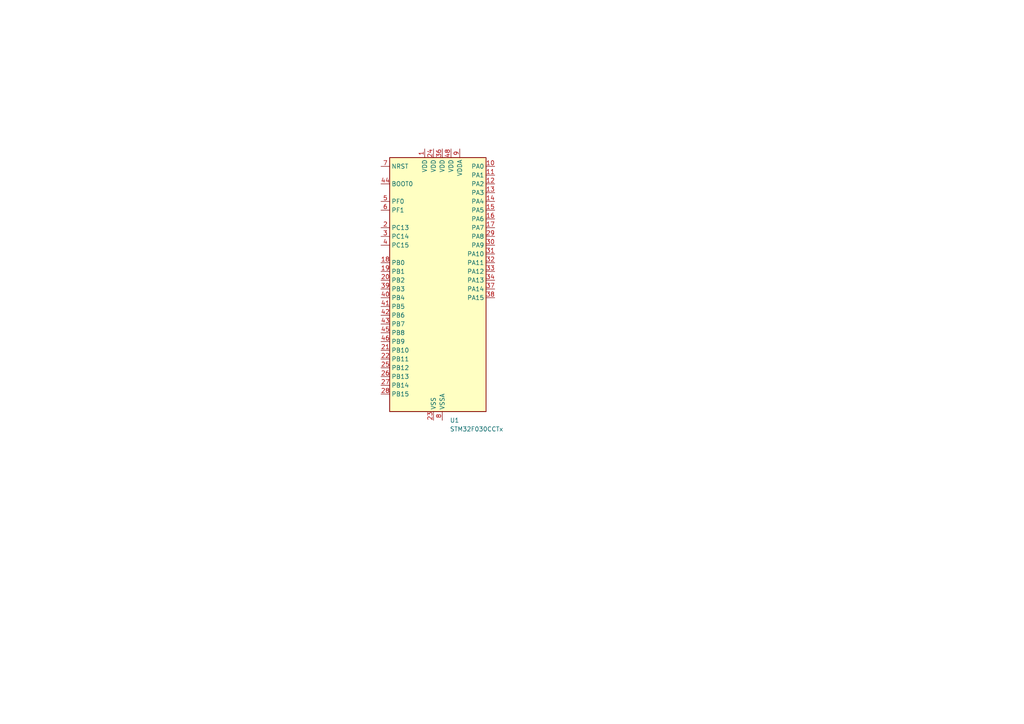
<source format=kicad_sch>
(kicad_sch (version 20231120) (generator "eeschema") (generator_version "8.0")
  (paper "A4")
  (lib_symbols
    (symbol "MCU_ST_STM32F0:STM32F030CCTx"
      (property "Reference" "U" (at -12.7 39.37 0))
      (property "Value" "STM32F030CCTx" (at 10.16 39.37 0))
      (symbol "STM32F030CCTx_0_1"
        (rectangle (start -12.7 -35.56) (end 15.24 38.1) (stroke (width 0.254)) (fill (type background)))
      )
      (symbol "STM32F030CCTx_1_1"
        (pin power_in line (at -2.54 40.64 270) (length 2.54) (name "VDD") (number "1"))
        (pin bidirectional line (at 17.78 35.56 180) (length 2.54) (name "PA0") (number "10"))
        (pin bidirectional line (at 17.78 33.02 180) (length 2.54) (name "PA1") (number "11"))
        (pin bidirectional line (at 17.78 30.48 180) (length 2.54) (name "PA2") (number "12"))
        (pin bidirectional line (at 17.78 27.94 180) (length 2.54) (name "PA3") (number "13"))
        (pin bidirectional line (at 17.78 25.4 180) (length 2.54) (name "PA4") (number "14"))
        (pin bidirectional line (at 17.78 22.86 180) (length 2.54) (name "PA5") (number "15"))
        (pin bidirectional line (at 17.78 20.32 180) (length 2.54) (name "PA6") (number "16"))
        (pin bidirectional line (at 17.78 17.78 180) (length 2.54) (name "PA7") (number "17"))
        (pin bidirectional line (at -15.24 7.62 0) (length 2.54) (name "PB0") (number "18"))
        (pin bidirectional line (at -15.24 5.08 0) (length 2.54) (name "PB1") (number "19"))
        (pin bidirectional line (at -15.24 17.78 0) (length 2.54) (name "PC13") (number "2"))
        (pin bidirectional line (at -15.24 2.54 0) (length 2.54) (name "PB2") (number "20"))
        (pin bidirectional line (at -15.24 -17.78 0) (length 2.54) (name "PB10") (number "21"))
        (pin bidirectional line (at -15.24 -20.32 0) (length 2.54) (name "PB11") (number "22"))
        (pin power_in line (at 0 -38.1 90) (length 2.54) (name "VSS") (number "23"))
        (pin power_in line (at 0 40.64 270) (length 2.54) (name "VDD") (number "24"))
        (pin bidirectional line (at -15.24 -22.86 0) (length 2.54) (name "PB12") (number "25"))
        (pin bidirectional line (at -15.24 -25.4 0) (length 2.54) (name "PB13") (number "26"))
        (pin bidirectional line (at -15.24 -27.94 0) (length 2.54) (name "PB14") (number "27"))
        (pin bidirectional line (at -15.24 -30.48 0) (length 2.54) (name "PB15") (number "28"))
        (pin bidirectional line (at 17.78 15.24 180) (length 2.54) (name "PA8") (number "29"))
        (pin bidirectional line (at -15.24 15.24 0) (length 2.54) (name "PC14") (number "3"))
        (pin bidirectional line (at 17.78 12.7 180) (length 2.54) (name "PA9") (number "30"))
        (pin bidirectional line (at 17.78 10.16 180) (length 2.54) (name "PA10") (number "31"))
        (pin bidirectional line (at 17.78 7.62 180) (length 2.54) (name "PA11") (number "32"))
        (pin bidirectional line (at 17.78 5.08 180) (length 2.54) (name "PA12") (number "33"))
        (pin bidirectional line (at 17.78 2.54 180) (length 2.54) (name "PA13") (number "34"))
        (pin passive line (at 0 -38.1 90) (length 2.54) hide (name "VSS") (number "35"))
        (pin power_in line (at 2.54 40.64 270) (length 2.54) (name "VDD") (number "36"))
        (pin bidirectional line (at 17.78 0 180) (length 2.54) (name "PA14") (number "37"))
        (pin bidirectional line (at 17.78 -2.54 180) (length 2.54) (name "PA15") (number "38"))
        (pin bidirectional line (at -15.24 0 0) (length 2.54) (name "PB3") (number "39"))
        (pin bidirectional line (at -15.24 12.7 0) (length 2.54) (name "PC15") (number "4"))
        (pin bidirectional line (at -15.24 -2.54 0) (length 2.54) (name "PB4") (number "40"))
        (pin bidirectional line (at -15.24 -5.08 0) (length 2.54) (name "PB5") (number "41"))
        (pin bidirectional line (at -15.24 -7.62 0) (length 2.54) (name "PB6") (number "42"))
        (pin bidirectional line (at -15.24 -10.16 0) (length 2.54) (name "PB7") (number "43"))
        (pin input line (at -15.24 30.48 0) (length 2.54) (name "BOOT0") (number "44"))
        (pin bidirectional line (at -15.24 -12.7 0) (length 2.54) (name "PB8") (number "45"))
        (pin bidirectional line (at -15.24 -15.24 0) (length 2.54) (name "PB9") (number "46"))
        (pin passive line (at 0 -38.1 90) (length 2.54) hide (name "VSS") (number "47"))
        (pin power_in line (at 5.08 40.64 270) (length 2.54) (name "VDD") (number "48"))
        (pin bidirectional line (at -15.24 25.4 0) (length 2.54) (name "PF0") (number "5"))
        (pin bidirectional line (at -15.24 22.86 0) (length 2.54) (name "PF1") (number "6"))
        (pin input line (at -15.24 35.56 0) (length 2.54) (name "NRST") (number "7"))
        (pin power_in line (at 2.54 -38.1 90) (length 2.54) (name "VSSA") (number "8"))
        (pin power_in line (at 7.62 40.64 270) (length 2.54) (name "VDDA") (number "9"))
      )
    )
  )
  (symbol (lib_id "MCU_ST_STM32F0:STM32F030CCTx") (at 125.73 83.82 0) (unit 1)
    (property "Reference" "U1" (at 130.4641 121.92 0) (effects (justify left)))
    (property "Value" "STM32F030CCTx" (at 130.4641 124.46 0) (effects (justify left)))
    (property "Footprint" "Package_QFP:LQFP-48_7x7mm_P0.5mm" (effects (hide yes)))
    (property "Datasheet" "https://www.st.com/resource/en/datasheet/stm32f030cc.pdf" (effects (hide yes)))
    (property "Description" "STMicroelectronics Arm Cortex-M0 MCU, 256KB flash, 32KB RAM, 48 MHz, 2.4-3.6V, 37 GPIO, LQFP48" (effects (hide yes)))
  )
)
</source>
